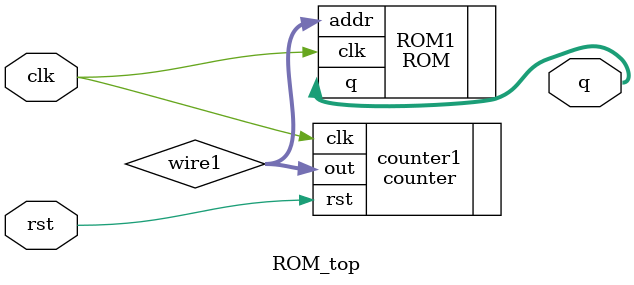
<source format=sv>
module ROM_top (
	input logic clk,
	input logic rst,
	output logic [8:0] q
);

	wire [4:0] wire1;
	
	counter counter1 (
		.clk (clk),
		.rst (rst),
		.out (wire1)
	);

	ROM ROM1 (
		.addr (wire1),
		.clk (clk),
		.q (q)
	);

endmodule : ROM_top

</source>
